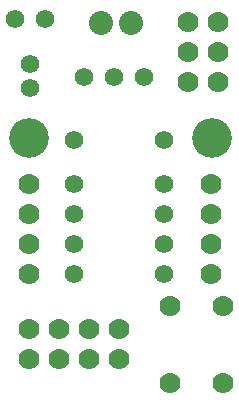
<source format=gbs>
G75*
%MOIN*%
%OFA0B0*%
%FSLAX24Y24*%
%IPPOS*%
%LPD*%
%AMOC8*
5,1,8,0,0,1.08239X$1,22.5*
%
%ADD10C,0.1320*%
%ADD11C,0.0700*%
%ADD12C,0.0615*%
%ADD13C,0.0620*%
%ADD14C,0.0800*%
D10*
X002100Y008940D03*
X008200Y008940D03*
D11*
X002100Y001555D03*
X002100Y002555D03*
X003100Y002555D03*
X003100Y001555D03*
X004100Y001555D03*
X004100Y002555D03*
X005100Y002555D03*
X005100Y001555D03*
X006810Y000775D03*
X008590Y000775D03*
X008590Y003335D03*
X008172Y004405D03*
X008172Y005405D03*
X008172Y006405D03*
X008172Y007405D03*
X008425Y010805D03*
X008425Y011805D03*
X008425Y012805D03*
X007425Y012805D03*
X007425Y011805D03*
X007425Y010805D03*
X002100Y007405D03*
X002100Y006405D03*
X002100Y005405D03*
X002100Y004405D03*
X006810Y003335D03*
D12*
X005950Y010955D03*
X004950Y010955D03*
X003950Y010955D03*
D13*
X002650Y012905D03*
X001650Y012905D03*
X002150Y011405D03*
X002150Y010605D03*
X003600Y008855D03*
X003600Y007405D03*
X003600Y006405D03*
X003600Y005405D03*
X003600Y004405D03*
X006600Y004405D03*
X006600Y005405D03*
X006600Y006405D03*
X006600Y007405D03*
X006600Y008855D03*
D14*
X005500Y012780D03*
X004500Y012780D03*
M02*

</source>
